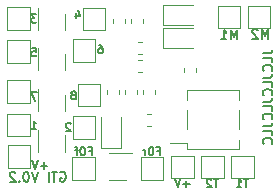
<source format=gbr>
G04 #@! TF.GenerationSoftware,KiCad,Pcbnew,(5.1.6)-1*
G04 #@! TF.CreationDate,2021-01-08T10:20:39+01:00*
G04 #@! TF.ProjectId,Lokdecoder_TI_altQuartz,4c6f6b64-6563-46f6-9465-725f54495f61,rev?*
G04 #@! TF.SameCoordinates,Original*
G04 #@! TF.FileFunction,Legend,Bot*
G04 #@! TF.FilePolarity,Positive*
%FSLAX46Y46*%
G04 Gerber Fmt 4.6, Leading zero omitted, Abs format (unit mm)*
G04 Created by KiCad (PCBNEW (5.1.6)-1) date 2021-01-08 10:20:39*
%MOMM*%
%LPD*%
G01*
G04 APERTURE LIST*
%ADD10C,0.150000*%
%ADD11C,0.152400*%
%ADD12C,0.120000*%
G04 APERTURE END LIST*
D10*
X69589704Y-108394961D02*
X70161133Y-108394961D01*
X70275419Y-108356866D01*
X70351609Y-108280676D01*
X70389704Y-108166390D01*
X70389704Y-108090200D01*
X70389704Y-109156866D02*
X70389704Y-108775914D01*
X69589704Y-108775914D01*
X70313514Y-109880676D02*
X70351609Y-109842580D01*
X70389704Y-109728295D01*
X70389704Y-109652104D01*
X70351609Y-109537819D01*
X70275419Y-109461628D01*
X70199228Y-109423533D01*
X70046847Y-109385438D01*
X69932561Y-109385438D01*
X69780180Y-109423533D01*
X69703990Y-109461628D01*
X69627800Y-109537819D01*
X69589704Y-109652104D01*
X69589704Y-109728295D01*
X69627800Y-109842580D01*
X69665895Y-109880676D01*
X69589704Y-110452104D02*
X70161133Y-110452104D01*
X70275419Y-110414009D01*
X70351609Y-110337819D01*
X70389704Y-110223533D01*
X70389704Y-110147342D01*
X70389704Y-111214009D02*
X70389704Y-110833057D01*
X69589704Y-110833057D01*
X70313514Y-111937819D02*
X70351609Y-111899723D01*
X70389704Y-111785438D01*
X70389704Y-111709247D01*
X70351609Y-111594961D01*
X70275419Y-111518771D01*
X70199228Y-111480676D01*
X70046847Y-111442580D01*
X69932561Y-111442580D01*
X69780180Y-111480676D01*
X69703990Y-111518771D01*
X69627800Y-111594961D01*
X69589704Y-111709247D01*
X69589704Y-111785438D01*
X69627800Y-111899723D01*
X69665895Y-111937819D01*
X69589704Y-112509247D02*
X70161133Y-112509247D01*
X70275419Y-112471152D01*
X70351609Y-112394961D01*
X70389704Y-112280676D01*
X70389704Y-112204485D01*
X70389704Y-113271152D02*
X70389704Y-112890200D01*
X69589704Y-112890200D01*
X70313514Y-113994961D02*
X70351609Y-113956866D01*
X70389704Y-113842580D01*
X70389704Y-113766390D01*
X70351609Y-113652104D01*
X70275419Y-113575914D01*
X70199228Y-113537819D01*
X70046847Y-113499723D01*
X69932561Y-113499723D01*
X69780180Y-113537819D01*
X69703990Y-113575914D01*
X69627800Y-113652104D01*
X69589704Y-113766390D01*
X69589704Y-113842580D01*
X69627800Y-113956866D01*
X69665895Y-113994961D01*
X69589704Y-114566390D02*
X70161133Y-114566390D01*
X70275419Y-114528295D01*
X70351609Y-114452104D01*
X70389704Y-114337819D01*
X70389704Y-114261628D01*
X70389704Y-115328295D02*
X70389704Y-114947342D01*
X69589704Y-114947342D01*
X70313514Y-116052104D02*
X70351609Y-116014009D01*
X70389704Y-115899723D01*
X70389704Y-115823533D01*
X70351609Y-115709247D01*
X70275419Y-115633057D01*
X70199228Y-115594961D01*
X70046847Y-115556866D01*
X69932561Y-115556866D01*
X69780180Y-115594961D01*
X69703990Y-115633057D01*
X69627800Y-115709247D01*
X69589704Y-115823533D01*
X69589704Y-115899723D01*
X69627800Y-116014009D01*
X69665895Y-116052104D01*
D11*
X52436485Y-118491000D02*
X52513895Y-118452295D01*
X52630009Y-118452295D01*
X52746123Y-118491000D01*
X52823533Y-118568409D01*
X52862238Y-118645819D01*
X52900942Y-118800638D01*
X52900942Y-118916752D01*
X52862238Y-119071571D01*
X52823533Y-119148980D01*
X52746123Y-119226390D01*
X52630009Y-119265095D01*
X52552600Y-119265095D01*
X52436485Y-119226390D01*
X52397780Y-119187685D01*
X52397780Y-118916752D01*
X52552600Y-118916752D01*
X52165552Y-118452295D02*
X51701095Y-118452295D01*
X51933323Y-119265095D02*
X51933323Y-118452295D01*
X51430161Y-119265095D02*
X51430161Y-118452295D01*
X50539952Y-118452295D02*
X50269019Y-119265095D01*
X49998085Y-118452295D01*
X49572333Y-118452295D02*
X49494923Y-118452295D01*
X49417514Y-118491000D01*
X49378809Y-118529704D01*
X49340104Y-118607114D01*
X49301400Y-118761933D01*
X49301400Y-118955457D01*
X49340104Y-119110276D01*
X49378809Y-119187685D01*
X49417514Y-119226390D01*
X49494923Y-119265095D01*
X49572333Y-119265095D01*
X49649742Y-119226390D01*
X49688447Y-119187685D01*
X49727152Y-119110276D01*
X49765857Y-118955457D01*
X49765857Y-118761933D01*
X49727152Y-118607114D01*
X49688447Y-118529704D01*
X49649742Y-118491000D01*
X49572333Y-118452295D01*
X48953057Y-119187685D02*
X48914352Y-119226390D01*
X48953057Y-119265095D01*
X48991761Y-119226390D01*
X48953057Y-119187685D01*
X48953057Y-119265095D01*
X48604714Y-118529704D02*
X48566009Y-118491000D01*
X48488600Y-118452295D01*
X48295076Y-118452295D01*
X48217666Y-118491000D01*
X48178961Y-118529704D01*
X48140257Y-118607114D01*
X48140257Y-118684523D01*
X48178961Y-118800638D01*
X48643419Y-119265095D01*
X48140257Y-119265095D01*
D12*
X66893400Y-118983800D02*
X68793400Y-118983800D01*
X68793400Y-118983800D02*
X68793400Y-117083800D01*
X68793400Y-117083800D02*
X66893400Y-117083800D01*
X66893400Y-117083800D02*
X66893400Y-118983800D01*
X52838600Y-105040200D02*
X52838600Y-106440200D01*
X50518600Y-106440200D02*
X50518600Y-104540200D01*
X59408600Y-111546521D02*
X59408600Y-111872079D01*
X60428600Y-111546521D02*
X60428600Y-111872079D01*
X58904600Y-111871879D02*
X58904600Y-111546321D01*
X57884600Y-111871879D02*
X57884600Y-111546321D01*
X56868600Y-105501121D02*
X56868600Y-105826679D01*
X57888600Y-105501121D02*
X57888600Y-105826679D01*
X63130400Y-116520600D02*
X63130400Y-116020600D01*
X63130400Y-116020600D02*
X61730400Y-116020600D01*
X67530400Y-114820600D02*
X67530400Y-113220600D01*
X63130400Y-114820600D02*
X63130400Y-113220600D01*
X67530400Y-115720600D02*
X67530400Y-116520600D01*
X67530400Y-116520600D02*
X63130400Y-116520600D01*
X67530400Y-112320600D02*
X67530400Y-111520600D01*
X67530400Y-111520600D02*
X63130400Y-111520600D01*
X63130400Y-111520600D02*
X63130400Y-112320600D01*
X57568200Y-116384200D02*
X57568200Y-113834200D01*
X55868200Y-116384200D02*
X55868200Y-113834200D01*
X57568200Y-116384200D02*
X55868200Y-116384200D01*
X61111000Y-107961800D02*
X61111000Y-106261800D01*
X61111000Y-106261800D02*
X63661000Y-106261800D01*
X61111000Y-107961800D02*
X63661000Y-107961800D01*
X61111000Y-105980600D02*
X61111000Y-104280600D01*
X61111000Y-104280600D02*
X63661000Y-104280600D01*
X61111000Y-105980600D02*
X63661000Y-105980600D01*
X59781321Y-114581400D02*
X60106879Y-114581400D01*
X59781321Y-113561400D02*
X60106879Y-113561400D01*
X59019121Y-109958600D02*
X59344679Y-109958600D01*
X59019121Y-108938600D02*
X59344679Y-108938600D01*
X58993821Y-108434600D02*
X59319379Y-108434600D01*
X58993821Y-107414600D02*
X59319379Y-107414600D01*
X57380600Y-111546321D02*
X57380600Y-111871879D01*
X56360600Y-111546321D02*
X56360600Y-111871879D01*
X58443400Y-105826879D02*
X58443400Y-105501321D01*
X59463400Y-105826879D02*
X59463400Y-105501321D01*
X63933800Y-109666721D02*
X63933800Y-109992279D01*
X62913800Y-109666721D02*
X62913800Y-109992279D01*
X57977000Y-119143000D02*
X56577000Y-119143000D01*
X56577000Y-116823000D02*
X58477000Y-116823000D01*
X50529000Y-116752600D02*
X50529000Y-114852600D01*
X52849000Y-115352600D02*
X52849000Y-116752600D01*
X50529000Y-113298200D02*
X50529000Y-111398200D01*
X52849000Y-111898200D02*
X52849000Y-113298200D01*
X50518600Y-109843800D02*
X50518600Y-107943800D01*
X52838600Y-108443800D02*
X52838600Y-109843800D01*
X65775800Y-104383800D02*
X65775800Y-106283800D01*
X67675800Y-104383800D02*
X65775800Y-104383800D01*
X67675800Y-106283800D02*
X67675800Y-104383800D01*
X65775800Y-106283800D02*
X67675800Y-106283800D01*
X68315800Y-104383800D02*
X68315800Y-106283800D01*
X70215800Y-104383800D02*
X68315800Y-104383800D01*
X70215800Y-106283800D02*
X70215800Y-104383800D01*
X68315800Y-106283800D02*
X70215800Y-106283800D01*
X64353400Y-117083800D02*
X64353400Y-118983800D01*
X66253400Y-117083800D02*
X64353400Y-117083800D01*
X66253400Y-118983800D02*
X66253400Y-117083800D01*
X64353400Y-118983800D02*
X66253400Y-118983800D01*
X61813400Y-117083800D02*
X61813400Y-118983800D01*
X63713400Y-117083800D02*
X61813400Y-117083800D01*
X63713400Y-118983800D02*
X63713400Y-117083800D01*
X61813400Y-118983800D02*
X63713400Y-118983800D01*
X53431400Y-117185400D02*
X53431400Y-119085400D01*
X55331400Y-117185400D02*
X53431400Y-117185400D01*
X55331400Y-119085400D02*
X55331400Y-117185400D01*
X53431400Y-119085400D02*
X55331400Y-119085400D01*
X59222600Y-119085400D02*
X61122600Y-119085400D01*
X61122600Y-119085400D02*
X61122600Y-117185400D01*
X61122600Y-117185400D02*
X59222600Y-117185400D01*
X59222600Y-117185400D02*
X59222600Y-119085400D01*
X47945000Y-113527800D02*
X47945000Y-115427800D01*
X49845000Y-113527800D02*
X47945000Y-113527800D01*
X49845000Y-115427800D02*
X49845000Y-113527800D01*
X47945000Y-115427800D02*
X49845000Y-115427800D01*
X53482200Y-115631000D02*
X55382200Y-115631000D01*
X55382200Y-115631000D02*
X55382200Y-113731000D01*
X55382200Y-113731000D02*
X53482200Y-113731000D01*
X53482200Y-113731000D02*
X53482200Y-115631000D01*
X47945000Y-106385400D02*
X49845000Y-106385400D01*
X49845000Y-106385400D02*
X49845000Y-104485400D01*
X49845000Y-104485400D02*
X47945000Y-104485400D01*
X47945000Y-104485400D02*
X47945000Y-106385400D01*
X54345800Y-106436200D02*
X56245800Y-106436200D01*
X56245800Y-106436200D02*
X56245800Y-104536200D01*
X56245800Y-104536200D02*
X54345800Y-104536200D01*
X54345800Y-104536200D02*
X54345800Y-106436200D01*
X47945000Y-109179400D02*
X49845000Y-109179400D01*
X49845000Y-109179400D02*
X49845000Y-107279400D01*
X49845000Y-107279400D02*
X47945000Y-107279400D01*
X47945000Y-107279400D02*
X47945000Y-109179400D01*
X53482200Y-107228600D02*
X53482200Y-109128600D01*
X55382200Y-107228600D02*
X53482200Y-107228600D01*
X55382200Y-109128600D02*
X55382200Y-107228600D01*
X53482200Y-109128600D02*
X55382200Y-109128600D01*
X47945000Y-112583000D02*
X49845000Y-112583000D01*
X49845000Y-112583000D02*
X49845000Y-110683000D01*
X49845000Y-110683000D02*
X47945000Y-110683000D01*
X47945000Y-110683000D02*
X47945000Y-112583000D01*
X53888600Y-110987800D02*
X53888600Y-112887800D01*
X55788600Y-110987800D02*
X53888600Y-110987800D01*
X55788600Y-112887800D02*
X55788600Y-110987800D01*
X53888600Y-112887800D02*
X55788600Y-112887800D01*
X47995800Y-118069400D02*
X49895800Y-118069400D01*
X49895800Y-118069400D02*
X49895800Y-116169400D01*
X49895800Y-116169400D02*
X47995800Y-116169400D01*
X47995800Y-116169400D02*
X47995800Y-118069400D01*
D11*
X68351333Y-119060166D02*
X67951333Y-119060166D01*
X68151333Y-119760166D02*
X68151333Y-119060166D01*
X67351333Y-119760166D02*
X67751333Y-119760166D01*
X67551333Y-119760166D02*
X67551333Y-119060166D01*
X67618000Y-119160166D01*
X67684666Y-119226833D01*
X67751333Y-119260166D01*
X67383780Y-107225495D02*
X67383780Y-106412695D01*
X67112847Y-106993266D01*
X66841914Y-106412695D01*
X66841914Y-107225495D01*
X66029114Y-107225495D02*
X66493571Y-107225495D01*
X66261342Y-107225495D02*
X66261342Y-106412695D01*
X66338752Y-106528809D01*
X66416161Y-106606219D01*
X66493571Y-106644923D01*
X70025380Y-107174695D02*
X70025380Y-106361895D01*
X69754447Y-106942466D01*
X69483514Y-106361895D01*
X69483514Y-107174695D01*
X69135171Y-106439304D02*
X69096466Y-106400600D01*
X69019057Y-106361895D01*
X68825533Y-106361895D01*
X68748123Y-106400600D01*
X68709419Y-106439304D01*
X68670714Y-106516714D01*
X68670714Y-106594123D01*
X68709419Y-106710238D01*
X69173876Y-107174695D01*
X68670714Y-107174695D01*
X65811333Y-119060166D02*
X65411333Y-119060166D01*
X65611333Y-119760166D02*
X65611333Y-119060166D01*
X65211333Y-119126833D02*
X65178000Y-119093500D01*
X65111333Y-119060166D01*
X64944666Y-119060166D01*
X64878000Y-119093500D01*
X64844666Y-119126833D01*
X64811333Y-119193500D01*
X64811333Y-119260166D01*
X64844666Y-119360166D01*
X65244666Y-119760166D01*
X64811333Y-119760166D01*
X63368166Y-119493500D02*
X62834833Y-119493500D01*
X63101500Y-119760166D02*
X63101500Y-119226833D01*
X62601500Y-119060166D02*
X62368166Y-119760166D01*
X62134833Y-119060166D01*
X54852833Y-116663000D02*
X55086166Y-116663000D01*
X55086166Y-117029666D02*
X55086166Y-116329666D01*
X54752833Y-116329666D01*
X54352833Y-116329666D02*
X54286166Y-116329666D01*
X54219500Y-116363000D01*
X54186166Y-116396333D01*
X54152833Y-116463000D01*
X54119500Y-116596333D01*
X54119500Y-116763000D01*
X54152833Y-116896333D01*
X54186166Y-116963000D01*
X54219500Y-116996333D01*
X54286166Y-117029666D01*
X54352833Y-117029666D01*
X54419500Y-116996333D01*
X54452833Y-116963000D01*
X54486166Y-116896333D01*
X54519500Y-116763000D01*
X54519500Y-116596333D01*
X54486166Y-116463000D01*
X54452833Y-116396333D01*
X54419500Y-116363000D01*
X54352833Y-116329666D01*
X53919500Y-116563000D02*
X53652833Y-116563000D01*
X53819500Y-117029666D02*
X53819500Y-116429666D01*
X53786166Y-116363000D01*
X53719500Y-116329666D01*
X53652833Y-116329666D01*
X60648000Y-116663000D02*
X60881333Y-116663000D01*
X60881333Y-117029666D02*
X60881333Y-116329666D01*
X60548000Y-116329666D01*
X60148000Y-116329666D02*
X60081333Y-116329666D01*
X60014666Y-116363000D01*
X59981333Y-116396333D01*
X59948000Y-116463000D01*
X59914666Y-116596333D01*
X59914666Y-116763000D01*
X59948000Y-116896333D01*
X59981333Y-116963000D01*
X60014666Y-116996333D01*
X60081333Y-117029666D01*
X60148000Y-117029666D01*
X60214666Y-116996333D01*
X60248000Y-116963000D01*
X60281333Y-116896333D01*
X60314666Y-116763000D01*
X60314666Y-116596333D01*
X60281333Y-116463000D01*
X60248000Y-116396333D01*
X60214666Y-116363000D01*
X60148000Y-116329666D01*
X59614666Y-117029666D02*
X59614666Y-116563000D01*
X59614666Y-116696333D02*
X59581333Y-116629666D01*
X59548000Y-116596333D01*
X59481333Y-116563000D01*
X59414666Y-116563000D01*
X49965000Y-114807166D02*
X50365000Y-114807166D01*
X50165000Y-114807166D02*
X50165000Y-114107166D01*
X50231666Y-114207166D01*
X50298333Y-114273833D01*
X50365000Y-114307166D01*
X53311400Y-114364333D02*
X53278066Y-114331000D01*
X53211400Y-114297666D01*
X53044733Y-114297666D01*
X52978066Y-114331000D01*
X52944733Y-114364333D01*
X52911400Y-114431000D01*
X52911400Y-114497666D01*
X52944733Y-114597666D01*
X53344733Y-114997666D01*
X52911400Y-114997666D01*
X50398333Y-105102866D02*
X49965000Y-105102866D01*
X50198333Y-105369533D01*
X50098333Y-105369533D01*
X50031666Y-105402866D01*
X49998333Y-105436200D01*
X49965000Y-105502866D01*
X49965000Y-105669533D01*
X49998333Y-105736200D01*
X50031666Y-105769533D01*
X50098333Y-105802866D01*
X50298333Y-105802866D01*
X50365000Y-105769533D01*
X50398333Y-105736200D01*
X53790866Y-104980600D02*
X53790866Y-105447266D01*
X53957533Y-104713933D02*
X54124200Y-105213933D01*
X53690866Y-105213933D01*
X49998333Y-107947666D02*
X50331666Y-107947666D01*
X50365000Y-108281000D01*
X50331666Y-108247666D01*
X50265000Y-108214333D01*
X50098333Y-108214333D01*
X50031666Y-108247666D01*
X49998333Y-108281000D01*
X49965000Y-108347666D01*
X49965000Y-108514333D01*
X49998333Y-108581000D01*
X50031666Y-108614333D01*
X50098333Y-108647666D01*
X50265000Y-108647666D01*
X50331666Y-108614333D01*
X50365000Y-108581000D01*
X55670466Y-107693666D02*
X55803800Y-107693666D01*
X55870466Y-107727000D01*
X55903800Y-107760333D01*
X55970466Y-107860333D01*
X56003800Y-107993666D01*
X56003800Y-108260333D01*
X55970466Y-108327000D01*
X55937133Y-108360333D01*
X55870466Y-108393666D01*
X55737133Y-108393666D01*
X55670466Y-108360333D01*
X55637133Y-108327000D01*
X55603800Y-108260333D01*
X55603800Y-108093666D01*
X55637133Y-108027000D01*
X55670466Y-107993666D01*
X55737133Y-107960333D01*
X55870466Y-107960333D01*
X55937133Y-107993666D01*
X55970466Y-108027000D01*
X56003800Y-108093666D01*
X50449133Y-111706866D02*
X49982466Y-111706866D01*
X50282466Y-112406866D01*
X53635266Y-111905266D02*
X53701933Y-111871933D01*
X53735266Y-111838600D01*
X53768600Y-111771933D01*
X53768600Y-111738600D01*
X53735266Y-111671933D01*
X53701933Y-111638600D01*
X53635266Y-111605266D01*
X53501933Y-111605266D01*
X53435266Y-111638600D01*
X53401933Y-111671933D01*
X53368600Y-111738600D01*
X53368600Y-111771933D01*
X53401933Y-111838600D01*
X53435266Y-111871933D01*
X53501933Y-111905266D01*
X53635266Y-111905266D01*
X53701933Y-111938600D01*
X53735266Y-111971933D01*
X53768600Y-112038600D01*
X53768600Y-112171933D01*
X53735266Y-112238600D01*
X53701933Y-112271933D01*
X53635266Y-112305266D01*
X53501933Y-112305266D01*
X53435266Y-112271933D01*
X53401933Y-112238600D01*
X53368600Y-112171933D01*
X53368600Y-112038600D01*
X53401933Y-111971933D01*
X53435266Y-111938600D01*
X53501933Y-111905266D01*
X51303166Y-117906000D02*
X50769833Y-117906000D01*
X51036500Y-118172666D02*
X51036500Y-117639333D01*
X50536500Y-117472666D02*
X50303166Y-118172666D01*
X50069833Y-117472666D01*
M02*

</source>
